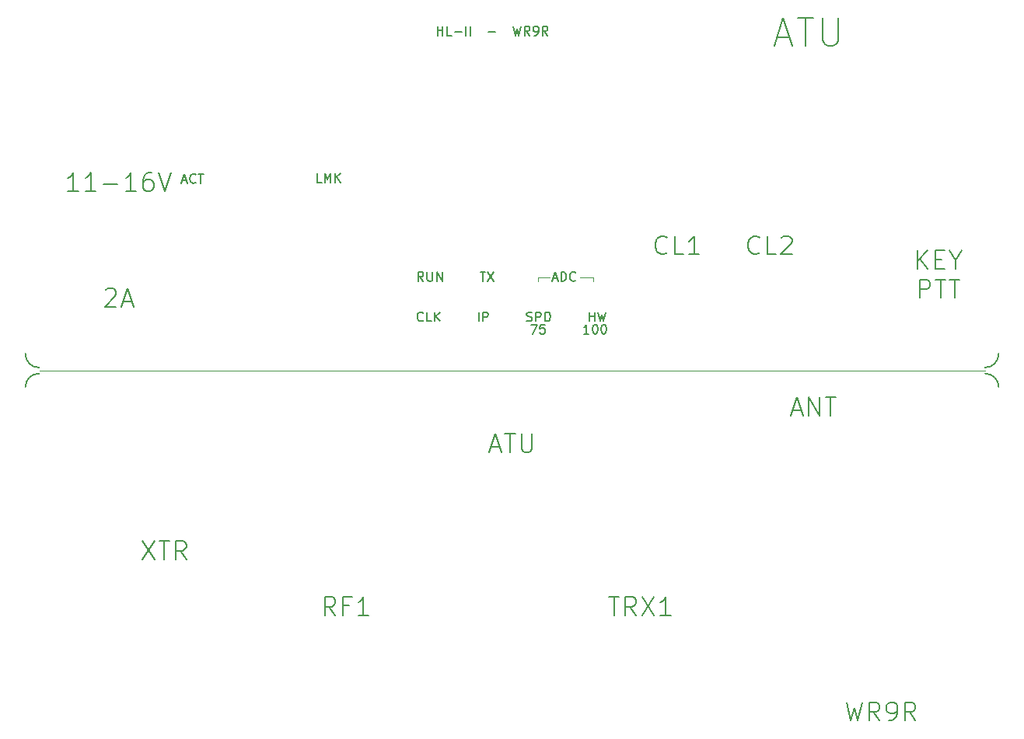
<source format=gbr>
G04 #@! TF.GenerationSoftware,KiCad,Pcbnew,(5.1.5)-3*
G04 #@! TF.CreationDate,2023-04-04T17:23:51-04:00*
G04 #@! TF.ProjectId,FacePlates,46616365-506c-4617-9465-732e6b696361,rev?*
G04 #@! TF.SameCoordinates,Original*
G04 #@! TF.FileFunction,Legend,Top*
G04 #@! TF.FilePolarity,Positive*
%FSLAX46Y46*%
G04 Gerber Fmt 4.6, Leading zero omitted, Abs format (unit mm)*
G04 Created by KiCad (PCBNEW (5.1.5)-3) date 2023-04-04 17:23:51*
%MOMM*%
%LPD*%
G04 APERTURE LIST*
%ADD10C,0.120000*%
%ADD11C,0.150000*%
%ADD12C,0.200000*%
G04 APERTURE END LIST*
D10*
X87172800Y-91287600D02*
X190144400Y-91287600D01*
D11*
X175057276Y-127428761D02*
X175533466Y-129428761D01*
X175914419Y-128000190D01*
X176295371Y-129428761D01*
X176771561Y-127428761D01*
X178676323Y-129428761D02*
X178009657Y-128476380D01*
X177533466Y-129428761D02*
X177533466Y-127428761D01*
X178295371Y-127428761D01*
X178485847Y-127524000D01*
X178581085Y-127619238D01*
X178676323Y-127809714D01*
X178676323Y-128095428D01*
X178581085Y-128285904D01*
X178485847Y-128381142D01*
X178295371Y-128476380D01*
X177533466Y-128476380D01*
X179628704Y-129428761D02*
X180009657Y-129428761D01*
X180200133Y-129333523D01*
X180295371Y-129238285D01*
X180485847Y-128952571D01*
X180581085Y-128571619D01*
X180581085Y-127809714D01*
X180485847Y-127619238D01*
X180390609Y-127524000D01*
X180200133Y-127428761D01*
X179819180Y-127428761D01*
X179628704Y-127524000D01*
X179533466Y-127619238D01*
X179438228Y-127809714D01*
X179438228Y-128285904D01*
X179533466Y-128476380D01*
X179628704Y-128571619D01*
X179819180Y-128666857D01*
X180200133Y-128666857D01*
X180390609Y-128571619D01*
X180485847Y-128476380D01*
X180581085Y-128285904D01*
X182581085Y-129428761D02*
X181914419Y-128476380D01*
X181438228Y-129428761D02*
X181438228Y-127428761D01*
X182200133Y-127428761D01*
X182390609Y-127524000D01*
X182485847Y-127619238D01*
X182581085Y-127809714D01*
X182581085Y-128095428D01*
X182485847Y-128285904D01*
X182390609Y-128381142D01*
X182200133Y-128476380D01*
X181438228Y-128476380D01*
X169164285Y-95634133D02*
X170116666Y-95634133D01*
X168973809Y-96205561D02*
X169640476Y-94205561D01*
X170307142Y-96205561D01*
X170973809Y-96205561D02*
X170973809Y-94205561D01*
X172116666Y-96205561D01*
X172116666Y-94205561D01*
X172783333Y-94205561D02*
X173926190Y-94205561D01*
X173354761Y-96205561D02*
X173354761Y-94205561D01*
X136347485Y-99596533D02*
X137299866Y-99596533D01*
X136157009Y-100167961D02*
X136823676Y-98167961D01*
X137490342Y-100167961D01*
X137871295Y-98167961D02*
X139014152Y-98167961D01*
X138442723Y-100167961D02*
X138442723Y-98167961D01*
X139680819Y-98167961D02*
X139680819Y-99787009D01*
X139776057Y-99977485D01*
X139871295Y-100072723D01*
X140061771Y-100167961D01*
X140442723Y-100167961D01*
X140633200Y-100072723D01*
X140728438Y-99977485D01*
X140823676Y-99787009D01*
X140823676Y-98167961D01*
X149177809Y-115947961D02*
X150320666Y-115947961D01*
X149749238Y-117947961D02*
X149749238Y-115947961D01*
X152130190Y-117947961D02*
X151463523Y-116995580D01*
X150987333Y-117947961D02*
X150987333Y-115947961D01*
X151749238Y-115947961D01*
X151939714Y-116043200D01*
X152034952Y-116138438D01*
X152130190Y-116328914D01*
X152130190Y-116614628D01*
X152034952Y-116805104D01*
X151939714Y-116900342D01*
X151749238Y-116995580D01*
X150987333Y-116995580D01*
X152796857Y-115947961D02*
X154130190Y-117947961D01*
X154130190Y-115947961D02*
X152796857Y-117947961D01*
X155939714Y-117947961D02*
X154796857Y-117947961D01*
X155368285Y-117947961D02*
X155368285Y-115947961D01*
X155177809Y-116233676D01*
X154987333Y-116424152D01*
X154796857Y-116519390D01*
X119408723Y-117947961D02*
X118742057Y-116995580D01*
X118265866Y-117947961D02*
X118265866Y-115947961D01*
X119027771Y-115947961D01*
X119218247Y-116043200D01*
X119313485Y-116138438D01*
X119408723Y-116328914D01*
X119408723Y-116614628D01*
X119313485Y-116805104D01*
X119218247Y-116900342D01*
X119027771Y-116995580D01*
X118265866Y-116995580D01*
X120932533Y-116900342D02*
X120265866Y-116900342D01*
X120265866Y-117947961D02*
X120265866Y-115947961D01*
X121218247Y-115947961D01*
X123027771Y-117947961D02*
X121884914Y-117947961D01*
X122456342Y-117947961D02*
X122456342Y-115947961D01*
X122265866Y-116233676D01*
X122075390Y-116424152D01*
X121884914Y-116519390D01*
X98409428Y-109851961D02*
X99742761Y-111851961D01*
X99742761Y-109851961D02*
X98409428Y-111851961D01*
X100218952Y-109851961D02*
X101361809Y-109851961D01*
X100790380Y-111851961D02*
X100790380Y-109851961D01*
X103171333Y-111851961D02*
X102504666Y-110899580D01*
X102028476Y-111851961D02*
X102028476Y-109851961D01*
X102790380Y-109851961D01*
X102980857Y-109947200D01*
X103076095Y-110042438D01*
X103171333Y-110232914D01*
X103171333Y-110518628D01*
X103076095Y-110709104D01*
X102980857Y-110804342D01*
X102790380Y-110899580D01*
X102028476Y-110899580D01*
X130523409Y-54757580D02*
X130523409Y-53757580D01*
X130523409Y-54233771D02*
X131094838Y-54233771D01*
X131094838Y-54757580D02*
X131094838Y-53757580D01*
X132047219Y-54757580D02*
X131571028Y-54757580D01*
X131571028Y-53757580D01*
X132380552Y-54376628D02*
X133142457Y-54376628D01*
X133618647Y-54757580D02*
X133618647Y-53757580D01*
X134094838Y-54757580D02*
X134094838Y-53757580D01*
X136094838Y-54376628D02*
X136856742Y-54376628D01*
X138761504Y-53757580D02*
X138999600Y-54757580D01*
X139190076Y-54043295D01*
X139380552Y-54757580D01*
X139618647Y-53757580D01*
X140571028Y-54757580D02*
X140237695Y-54281390D01*
X139999600Y-54757580D02*
X139999600Y-53757580D01*
X140380552Y-53757580D01*
X140475790Y-53805200D01*
X140523409Y-53852819D01*
X140571028Y-53948057D01*
X140571028Y-54090914D01*
X140523409Y-54186152D01*
X140475790Y-54233771D01*
X140380552Y-54281390D01*
X139999600Y-54281390D01*
X141047219Y-54757580D02*
X141237695Y-54757580D01*
X141332933Y-54709961D01*
X141380552Y-54662342D01*
X141475790Y-54519485D01*
X141523409Y-54329009D01*
X141523409Y-53948057D01*
X141475790Y-53852819D01*
X141428171Y-53805200D01*
X141332933Y-53757580D01*
X141142457Y-53757580D01*
X141047219Y-53805200D01*
X140999600Y-53852819D01*
X140951980Y-53948057D01*
X140951980Y-54186152D01*
X140999600Y-54281390D01*
X141047219Y-54329009D01*
X141142457Y-54376628D01*
X141332933Y-54376628D01*
X141428171Y-54329009D01*
X141475790Y-54281390D01*
X141523409Y-54186152D01*
X142523409Y-54757580D02*
X142190076Y-54281390D01*
X141951980Y-54757580D02*
X141951980Y-53757580D01*
X142332933Y-53757580D01*
X142428171Y-53805200D01*
X142475790Y-53852819D01*
X142523409Y-53948057D01*
X142523409Y-54090914D01*
X142475790Y-54186152D01*
X142428171Y-54233771D01*
X142332933Y-54281390D01*
X141951980Y-54281390D01*
X140687942Y-86269580D02*
X141354609Y-86269580D01*
X140926038Y-87269580D01*
X142211752Y-86269580D02*
X141735561Y-86269580D01*
X141687942Y-86745771D01*
X141735561Y-86698152D01*
X141830800Y-86650533D01*
X142068895Y-86650533D01*
X142164133Y-86698152D01*
X142211752Y-86745771D01*
X142259371Y-86841009D01*
X142259371Y-87079104D01*
X142211752Y-87174342D01*
X142164133Y-87221961D01*
X142068895Y-87269580D01*
X141830800Y-87269580D01*
X141735561Y-87221961D01*
X141687942Y-87174342D01*
X147021276Y-87269580D02*
X146449847Y-87269580D01*
X146735561Y-87269580D02*
X146735561Y-86269580D01*
X146640323Y-86412438D01*
X146545085Y-86507676D01*
X146449847Y-86555295D01*
X147640323Y-86269580D02*
X147735561Y-86269580D01*
X147830800Y-86317200D01*
X147878419Y-86364819D01*
X147926038Y-86460057D01*
X147973657Y-86650533D01*
X147973657Y-86888628D01*
X147926038Y-87079104D01*
X147878419Y-87174342D01*
X147830800Y-87221961D01*
X147735561Y-87269580D01*
X147640323Y-87269580D01*
X147545085Y-87221961D01*
X147497466Y-87174342D01*
X147449847Y-87079104D01*
X147402228Y-86888628D01*
X147402228Y-86650533D01*
X147449847Y-86460057D01*
X147497466Y-86364819D01*
X147545085Y-86317200D01*
X147640323Y-86269580D01*
X148592704Y-86269580D02*
X148687942Y-86269580D01*
X148783180Y-86317200D01*
X148830800Y-86364819D01*
X148878419Y-86460057D01*
X148926038Y-86650533D01*
X148926038Y-86888628D01*
X148878419Y-87079104D01*
X148830800Y-87174342D01*
X148783180Y-87221961D01*
X148687942Y-87269580D01*
X148592704Y-87269580D01*
X148497466Y-87221961D01*
X148449847Y-87174342D01*
X148402228Y-87079104D01*
X148354609Y-86888628D01*
X148354609Y-86650533D01*
X148402228Y-86460057D01*
X148449847Y-86364819D01*
X148497466Y-86317200D01*
X148592704Y-86269580D01*
D10*
X147523200Y-81127600D02*
X147523200Y-81584800D01*
X146050000Y-81127600D02*
X147523200Y-81127600D01*
X141478000Y-81127600D02*
X142748000Y-81127600D01*
X141478000Y-81534000D02*
X141478000Y-81127600D01*
D11*
X128963352Y-85802742D02*
X128915733Y-85850361D01*
X128772876Y-85897980D01*
X128677638Y-85897980D01*
X128534780Y-85850361D01*
X128439542Y-85755123D01*
X128391923Y-85659885D01*
X128344304Y-85469409D01*
X128344304Y-85326552D01*
X128391923Y-85136076D01*
X128439542Y-85040838D01*
X128534780Y-84945600D01*
X128677638Y-84897980D01*
X128772876Y-84897980D01*
X128915733Y-84945600D01*
X128963352Y-84993219D01*
X129868114Y-85897980D02*
X129391923Y-85897980D01*
X129391923Y-84897980D01*
X130201447Y-85897980D02*
X130201447Y-84897980D01*
X130772876Y-85897980D02*
X130344304Y-85326552D01*
X130772876Y-84897980D02*
X130201447Y-85469409D01*
X135010971Y-85897980D02*
X135010971Y-84897980D01*
X135487161Y-85897980D02*
X135487161Y-84897980D01*
X135868114Y-84897980D01*
X135963352Y-84945600D01*
X136010971Y-84993219D01*
X136058590Y-85088457D01*
X136058590Y-85231314D01*
X136010971Y-85326552D01*
X135963352Y-85374171D01*
X135868114Y-85421790D01*
X135487161Y-85421790D01*
X140249066Y-85850361D02*
X140391923Y-85897980D01*
X140630019Y-85897980D01*
X140725257Y-85850361D01*
X140772876Y-85802742D01*
X140820495Y-85707504D01*
X140820495Y-85612266D01*
X140772876Y-85517028D01*
X140725257Y-85469409D01*
X140630019Y-85421790D01*
X140439542Y-85374171D01*
X140344304Y-85326552D01*
X140296685Y-85278933D01*
X140249066Y-85183695D01*
X140249066Y-85088457D01*
X140296685Y-84993219D01*
X140344304Y-84945600D01*
X140439542Y-84897980D01*
X140677638Y-84897980D01*
X140820495Y-84945600D01*
X141249066Y-85897980D02*
X141249066Y-84897980D01*
X141630019Y-84897980D01*
X141725257Y-84945600D01*
X141772876Y-84993219D01*
X141820495Y-85088457D01*
X141820495Y-85231314D01*
X141772876Y-85326552D01*
X141725257Y-85374171D01*
X141630019Y-85421790D01*
X141249066Y-85421790D01*
X142249066Y-85897980D02*
X142249066Y-84897980D01*
X142487161Y-84897980D01*
X142630019Y-84945600D01*
X142725257Y-85040838D01*
X142772876Y-85136076D01*
X142820495Y-85326552D01*
X142820495Y-85469409D01*
X142772876Y-85659885D01*
X142725257Y-85755123D01*
X142630019Y-85850361D01*
X142487161Y-85897980D01*
X142249066Y-85897980D01*
X147058590Y-85897980D02*
X147058590Y-84897980D01*
X147058590Y-85374171D02*
X147630019Y-85374171D01*
X147630019Y-85897980D02*
X147630019Y-84897980D01*
X148010971Y-84897980D02*
X148249066Y-85897980D01*
X148439542Y-85183695D01*
X148630019Y-85897980D01*
X148868114Y-84897980D01*
X128980609Y-81529180D02*
X128647276Y-81052990D01*
X128409180Y-81529180D02*
X128409180Y-80529180D01*
X128790133Y-80529180D01*
X128885371Y-80576800D01*
X128932990Y-80624419D01*
X128980609Y-80719657D01*
X128980609Y-80862514D01*
X128932990Y-80957752D01*
X128885371Y-81005371D01*
X128790133Y-81052990D01*
X128409180Y-81052990D01*
X129409180Y-80529180D02*
X129409180Y-81338704D01*
X129456800Y-81433942D01*
X129504419Y-81481561D01*
X129599657Y-81529180D01*
X129790133Y-81529180D01*
X129885371Y-81481561D01*
X129932990Y-81433942D01*
X129980609Y-81338704D01*
X129980609Y-80529180D01*
X130456800Y-81529180D02*
X130456800Y-80529180D01*
X131028228Y-81529180D01*
X131028228Y-80529180D01*
X135171085Y-80529180D02*
X135742514Y-80529180D01*
X135456800Y-81529180D02*
X135456800Y-80529180D01*
X135980609Y-80529180D02*
X136647276Y-81529180D01*
X136647276Y-80529180D02*
X135980609Y-81529180D01*
X143075847Y-81243466D02*
X143552038Y-81243466D01*
X142980609Y-81529180D02*
X143313942Y-80529180D01*
X143647276Y-81529180D01*
X143980609Y-81529180D02*
X143980609Y-80529180D01*
X144218704Y-80529180D01*
X144361561Y-80576800D01*
X144456800Y-80672038D01*
X144504419Y-80767276D01*
X144552038Y-80957752D01*
X144552038Y-81100609D01*
X144504419Y-81291085D01*
X144456800Y-81386323D01*
X144361561Y-81481561D01*
X144218704Y-81529180D01*
X143980609Y-81529180D01*
X145552038Y-81433942D02*
X145504419Y-81481561D01*
X145361561Y-81529180D01*
X145266323Y-81529180D01*
X145123466Y-81481561D01*
X145028228Y-81386323D01*
X144980609Y-81291085D01*
X144932990Y-81100609D01*
X144932990Y-80957752D01*
X144980609Y-80767276D01*
X145028228Y-80672038D01*
X145123466Y-80576800D01*
X145266323Y-80529180D01*
X145361561Y-80529180D01*
X145504419Y-80576800D01*
X145552038Y-80624419D01*
X117906895Y-70759580D02*
X117430704Y-70759580D01*
X117430704Y-69759580D01*
X118240228Y-70759580D02*
X118240228Y-69759580D01*
X118573561Y-70473866D01*
X118906895Y-69759580D01*
X118906895Y-70759580D01*
X119383085Y-70759580D02*
X119383085Y-69759580D01*
X119954514Y-70759580D02*
X119525942Y-70188152D01*
X119954514Y-69759580D02*
X119383085Y-70331009D01*
X102716152Y-70575466D02*
X103192342Y-70575466D01*
X102620914Y-70861180D02*
X102954247Y-69861180D01*
X103287580Y-70861180D01*
X104192342Y-70765942D02*
X104144723Y-70813561D01*
X104001866Y-70861180D01*
X103906628Y-70861180D01*
X103763771Y-70813561D01*
X103668533Y-70718323D01*
X103620914Y-70623085D01*
X103573295Y-70432609D01*
X103573295Y-70289752D01*
X103620914Y-70099276D01*
X103668533Y-70004038D01*
X103763771Y-69908800D01*
X103906628Y-69861180D01*
X104001866Y-69861180D01*
X104144723Y-69908800D01*
X104192342Y-69956419D01*
X104478057Y-69861180D02*
X105049485Y-69861180D01*
X104763771Y-70861180D02*
X104763771Y-69861180D01*
X91427847Y-71719161D02*
X90284990Y-71719161D01*
X90856419Y-71719161D02*
X90856419Y-69719161D01*
X90665942Y-70004876D01*
X90475466Y-70195352D01*
X90284990Y-70290590D01*
X93332609Y-71719161D02*
X92189752Y-71719161D01*
X92761180Y-71719161D02*
X92761180Y-69719161D01*
X92570704Y-70004876D01*
X92380228Y-70195352D01*
X92189752Y-70290590D01*
X94189752Y-70957257D02*
X95713561Y-70957257D01*
X97713561Y-71719161D02*
X96570704Y-71719161D01*
X97142133Y-71719161D02*
X97142133Y-69719161D01*
X96951657Y-70004876D01*
X96761180Y-70195352D01*
X96570704Y-70290590D01*
X99427847Y-69719161D02*
X99046895Y-69719161D01*
X98856419Y-69814400D01*
X98761180Y-69909638D01*
X98570704Y-70195352D01*
X98475466Y-70576304D01*
X98475466Y-71338209D01*
X98570704Y-71528685D01*
X98665942Y-71623923D01*
X98856419Y-71719161D01*
X99237371Y-71719161D01*
X99427847Y-71623923D01*
X99523085Y-71528685D01*
X99618323Y-71338209D01*
X99618323Y-70862019D01*
X99523085Y-70671542D01*
X99427847Y-70576304D01*
X99237371Y-70481066D01*
X98856419Y-70481066D01*
X98665942Y-70576304D01*
X98570704Y-70671542D01*
X98475466Y-70862019D01*
X100189752Y-69719161D02*
X100856419Y-71719161D01*
X101523085Y-69719161D01*
X94380228Y-82509638D02*
X94475466Y-82414400D01*
X94665942Y-82319161D01*
X95142133Y-82319161D01*
X95332609Y-82414400D01*
X95427847Y-82509638D01*
X95523085Y-82700114D01*
X95523085Y-82890590D01*
X95427847Y-83176304D01*
X94284990Y-84319161D01*
X95523085Y-84319161D01*
X96284990Y-83747733D02*
X97237371Y-83747733D01*
X96094514Y-84319161D02*
X96761180Y-82319161D01*
X97427847Y-84319161D01*
X155505923Y-78438285D02*
X155410685Y-78533523D01*
X155124971Y-78628761D01*
X154934495Y-78628761D01*
X154648780Y-78533523D01*
X154458304Y-78343047D01*
X154363066Y-78152571D01*
X154267828Y-77771619D01*
X154267828Y-77485904D01*
X154363066Y-77104952D01*
X154458304Y-76914476D01*
X154648780Y-76724000D01*
X154934495Y-76628761D01*
X155124971Y-76628761D01*
X155410685Y-76724000D01*
X155505923Y-76819238D01*
X157315447Y-78628761D02*
X156363066Y-78628761D01*
X156363066Y-76628761D01*
X159029733Y-78628761D02*
X157886876Y-78628761D01*
X158458304Y-78628761D02*
X158458304Y-76628761D01*
X158267828Y-76914476D01*
X158077352Y-77104952D01*
X157886876Y-77200190D01*
X165601161Y-78438285D02*
X165505923Y-78533523D01*
X165220209Y-78628761D01*
X165029733Y-78628761D01*
X164744019Y-78533523D01*
X164553542Y-78343047D01*
X164458304Y-78152571D01*
X164363066Y-77771619D01*
X164363066Y-77485904D01*
X164458304Y-77104952D01*
X164553542Y-76914476D01*
X164744019Y-76724000D01*
X165029733Y-76628761D01*
X165220209Y-76628761D01*
X165505923Y-76724000D01*
X165601161Y-76819238D01*
X167410685Y-78628761D02*
X166458304Y-78628761D01*
X166458304Y-76628761D01*
X167982114Y-76819238D02*
X168077352Y-76724000D01*
X168267828Y-76628761D01*
X168744019Y-76628761D01*
X168934495Y-76724000D01*
X169029733Y-76819238D01*
X169124971Y-77009714D01*
X169124971Y-77200190D01*
X169029733Y-77485904D01*
X167886876Y-78628761D01*
X169124971Y-78628761D01*
X182778685Y-80203361D02*
X182778685Y-78203361D01*
X183921542Y-80203361D02*
X183064400Y-79060504D01*
X183921542Y-78203361D02*
X182778685Y-79346219D01*
X184778685Y-79155742D02*
X185445352Y-79155742D01*
X185731066Y-80203361D02*
X184778685Y-80203361D01*
X184778685Y-78203361D01*
X185731066Y-78203361D01*
X186969161Y-79250980D02*
X186969161Y-80203361D01*
X186302495Y-78203361D02*
X186969161Y-79250980D01*
X187635828Y-78203361D01*
X183016780Y-83353361D02*
X183016780Y-81353361D01*
X183778685Y-81353361D01*
X183969161Y-81448600D01*
X184064400Y-81543838D01*
X184159638Y-81734314D01*
X184159638Y-82020028D01*
X184064400Y-82210504D01*
X183969161Y-82305742D01*
X183778685Y-82400980D01*
X183016780Y-82400980D01*
X184731066Y-81353361D02*
X185873923Y-81353361D01*
X185302495Y-83353361D02*
X185302495Y-81353361D01*
X186254876Y-81353361D02*
X187397733Y-81353361D01*
X186826304Y-83353361D02*
X186826304Y-81353361D01*
X167462628Y-55008400D02*
X168891200Y-55008400D01*
X167176914Y-55865542D02*
X168176914Y-52865542D01*
X169176914Y-55865542D01*
X169748342Y-52865542D02*
X171462628Y-52865542D01*
X170605485Y-55865542D02*
X170605485Y-52865542D01*
X172462628Y-52865542D02*
X172462628Y-55294114D01*
X172605485Y-55579828D01*
X172748342Y-55722685D01*
X173034057Y-55865542D01*
X173605485Y-55865542D01*
X173891200Y-55722685D01*
X174034057Y-55579828D01*
X174176914Y-55294114D01*
X174176914Y-52865542D01*
D12*
X85644400Y-93092399D02*
G75*
G02X87144400Y-91592399I1500000J0D01*
G01*
X190144399Y-91592400D02*
G75*
G02X191644400Y-93092399I1J-1500000D01*
G01*
X191644399Y-89452401D02*
G75*
G02X190144400Y-90952400I-1499999J0D01*
G01*
X87144399Y-90952400D02*
G75*
G02X85644400Y-89452401I0J1499999D01*
G01*
M02*

</source>
